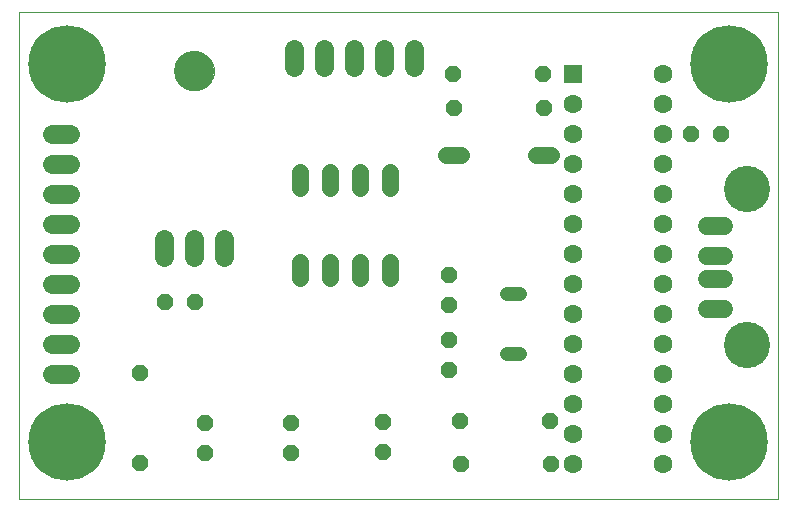
<source format=gbs>
G75*
%MOIN*%
%OFA0B0*%
%FSLAX24Y24*%
%IPPOS*%
%LPD*%
%AMOC8*
5,1,8,0,0,1.08239X$1,22.5*
%
%ADD10C,0.0000*%
%ADD11R,0.0630X0.0630*%
%ADD12C,0.0630*%
%ADD13C,0.0640*%
%ADD14C,0.1340*%
%ADD15C,0.0614*%
%ADD16C,0.1540*%
%ADD17OC8,0.0560*%
%ADD18C,0.0560*%
%ADD19C,0.0480*%
%ADD20C,0.2580*%
D10*
X000101Y000101D02*
X000101Y016322D01*
X025416Y016322D01*
X025416Y000101D01*
X000101Y000101D01*
X005298Y014371D02*
X005300Y014421D01*
X005306Y014471D01*
X005316Y014521D01*
X005329Y014569D01*
X005346Y014617D01*
X005367Y014663D01*
X005391Y014707D01*
X005419Y014749D01*
X005450Y014789D01*
X005484Y014826D01*
X005521Y014861D01*
X005560Y014892D01*
X005601Y014921D01*
X005645Y014946D01*
X005691Y014968D01*
X005738Y014986D01*
X005786Y015000D01*
X005835Y015011D01*
X005885Y015018D01*
X005935Y015021D01*
X005986Y015020D01*
X006036Y015015D01*
X006086Y015006D01*
X006134Y014994D01*
X006182Y014977D01*
X006228Y014957D01*
X006273Y014934D01*
X006316Y014907D01*
X006356Y014877D01*
X006394Y014844D01*
X006429Y014808D01*
X006462Y014769D01*
X006491Y014728D01*
X006517Y014685D01*
X006540Y014640D01*
X006559Y014593D01*
X006574Y014545D01*
X006586Y014496D01*
X006594Y014446D01*
X006598Y014396D01*
X006598Y014346D01*
X006594Y014296D01*
X006586Y014246D01*
X006574Y014197D01*
X006559Y014149D01*
X006540Y014102D01*
X006517Y014057D01*
X006491Y014014D01*
X006462Y013973D01*
X006429Y013934D01*
X006394Y013898D01*
X006356Y013865D01*
X006316Y013835D01*
X006273Y013808D01*
X006228Y013785D01*
X006182Y013765D01*
X006134Y013748D01*
X006086Y013736D01*
X006036Y013727D01*
X005986Y013722D01*
X005935Y013721D01*
X005885Y013724D01*
X005835Y013731D01*
X005786Y013742D01*
X005738Y013756D01*
X005691Y013774D01*
X005645Y013796D01*
X005601Y013821D01*
X005560Y013850D01*
X005521Y013881D01*
X005484Y013916D01*
X005450Y013953D01*
X005419Y013993D01*
X005391Y014035D01*
X005367Y014079D01*
X005346Y014125D01*
X005329Y014173D01*
X005316Y014221D01*
X005306Y014271D01*
X005300Y014321D01*
X005298Y014371D01*
D11*
X018562Y014271D03*
D12*
X018562Y013271D03*
X018562Y012271D03*
X018562Y011271D03*
X018562Y010271D03*
X018562Y009271D03*
X018562Y008271D03*
X018562Y007271D03*
X018562Y006271D03*
X018562Y005271D03*
X018562Y004271D03*
X018562Y003271D03*
X018562Y002271D03*
X018562Y001271D03*
X021562Y001271D03*
X021562Y002271D03*
X021562Y003271D03*
X021562Y004271D03*
X021562Y005271D03*
X021562Y006271D03*
X021562Y007271D03*
X021562Y008271D03*
X021562Y009271D03*
X021562Y010271D03*
X021562Y011271D03*
X021562Y012271D03*
X021562Y013271D03*
X021562Y014271D03*
D13*
X013278Y014494D02*
X013278Y015094D01*
X012278Y015094D02*
X012278Y014494D01*
X011278Y014494D02*
X011278Y015094D01*
X010278Y015094D02*
X010278Y014494D01*
X009278Y014494D02*
X009278Y015094D01*
X001791Y012278D02*
X001191Y012278D01*
X001191Y011278D02*
X001791Y011278D01*
X001791Y010278D02*
X001191Y010278D01*
X001191Y009278D02*
X001791Y009278D01*
X001791Y008278D02*
X001191Y008278D01*
X001191Y007278D02*
X001791Y007278D01*
X001791Y006278D02*
X001191Y006278D01*
X001191Y005278D02*
X001791Y005278D01*
X001791Y004278D02*
X001191Y004278D01*
X004948Y008171D02*
X004948Y008771D01*
X005948Y008771D02*
X005948Y008171D01*
X006948Y008171D02*
X006948Y008771D01*
D14*
X005948Y014371D03*
D15*
X023019Y009196D02*
X023593Y009196D01*
X023593Y008211D02*
X023019Y008211D01*
X023019Y007424D02*
X023593Y007424D01*
X023593Y006440D02*
X023019Y006440D01*
D16*
X024373Y005219D03*
X024373Y010416D03*
D17*
X023507Y012278D03*
X022507Y012278D03*
X017589Y013117D03*
X017570Y014274D03*
X014570Y014274D03*
X014589Y013117D03*
X014428Y007546D03*
X014428Y006546D03*
X014448Y005385D03*
X014448Y004385D03*
X014810Y002704D03*
X014837Y001271D03*
X012247Y001649D03*
X012247Y002649D03*
X009176Y002633D03*
X009176Y001633D03*
X006302Y001625D03*
X006302Y002625D03*
X004145Y001294D03*
X004145Y004294D03*
X004960Y006664D03*
X005960Y006664D03*
X017810Y002704D03*
X017837Y001271D03*
D18*
X012483Y007475D02*
X012483Y007995D01*
X011483Y007995D02*
X011483Y007475D01*
X010483Y007475D02*
X010483Y007995D01*
X009483Y007995D02*
X009483Y007475D01*
X009483Y010475D02*
X009483Y010995D01*
X010483Y010995D02*
X010483Y010475D01*
X011483Y010475D02*
X011483Y010995D01*
X012483Y010995D02*
X012483Y010475D01*
X014322Y011554D02*
X014842Y011554D01*
X017322Y011554D02*
X017842Y011554D01*
D19*
X016817Y006928D02*
X016377Y006928D01*
X016377Y004928D02*
X016817Y004928D01*
D20*
X023763Y001991D03*
X023763Y014589D03*
X001715Y014589D03*
X001715Y001991D03*
M02*

</source>
